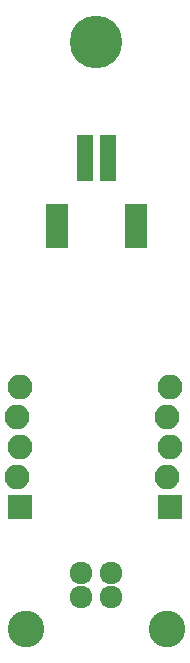
<source format=gbs>
G04 #@! TF.FileFunction,Soldermask,Bot*
%FSLAX46Y46*%
G04 Gerber Fmt 4.6, Leading zero omitted, Abs format (unit mm)*
G04 Created by KiCad (PCBNEW 4.0.5) date Sunday, March 19, 2017 'PMt' 07:52:30 PM*
%MOMM*%
%LPD*%
G01*
G04 APERTURE LIST*
%ADD10C,0.100000*%
%ADD11R,2.100000X2.100000*%
%ADD12O,2.100000X2.100000*%
%ADD13R,1.400000X3.900000*%
%ADD14R,1.900000X3.800000*%
%ADD15C,1.920000*%
%ADD16C,3.100000*%
%ADD17C,4.464000*%
G04 APERTURE END LIST*
D10*
D11*
X125857000Y-128016000D03*
D12*
X125603000Y-125476000D03*
X125857000Y-122936000D03*
X125603000Y-120396000D03*
X125857000Y-117856000D03*
D11*
X138557000Y-128016000D03*
D12*
X138303000Y-125476000D03*
X138557000Y-122936000D03*
X138303000Y-120396000D03*
X138557000Y-117856000D03*
D13*
X133334000Y-98471000D03*
X131334000Y-98471000D03*
D14*
X135684000Y-104221000D03*
X128984000Y-104221000D03*
D15*
X133604000Y-133604000D03*
X131064000Y-133604000D03*
X131064000Y-135604000D03*
X133604000Y-135604000D03*
D16*
X138334000Y-138304000D03*
X126334000Y-138304000D03*
D17*
X132334000Y-88646000D03*
M02*

</source>
